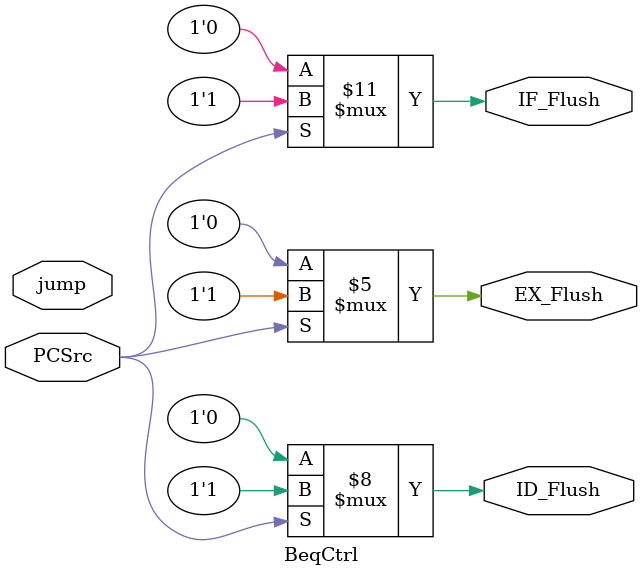
<source format=v>
`timescale 1ns / 1ps
module BeqCtrl(PCSrc, jump, IF_Flush, ID_Flush, EX_Flush);

	input PCSrc;
	input jump;
	
	output IF_Flush;
	output ID_Flush;
	output EX_Flush;
	
	reg IF_Flush;
	reg ID_Flush;
	reg EX_Flush;


	always @(PCSrc or jump) 
	begin
		if(jump == 1) 
		begin
			IF_Flush <= 1;
			ID_Flush <= 1;
			EX_Flush <= 1;
		end 
		if(PCSrc == 1) 
		begin
			IF_Flush <= 1;
			ID_Flush <= 1;
			EX_Flush <= 1;
		end 
		else 
		begin
			IF_Flush <= 0;
			ID_Flush <= 0;
			EX_Flush <= 0;
		end
	end
 /* initial begin
	      $display("The debug process in main block");
         $monitor($time,, "IF_ID_Flush = %b, ID_EX_Flush  = %b EX_MEM_Flush  = %b", IF_ID_Flush , ID_EX_Flush ,EX_MEM_Flush);			
	  end*/
endmodule // BeqControl

</source>
